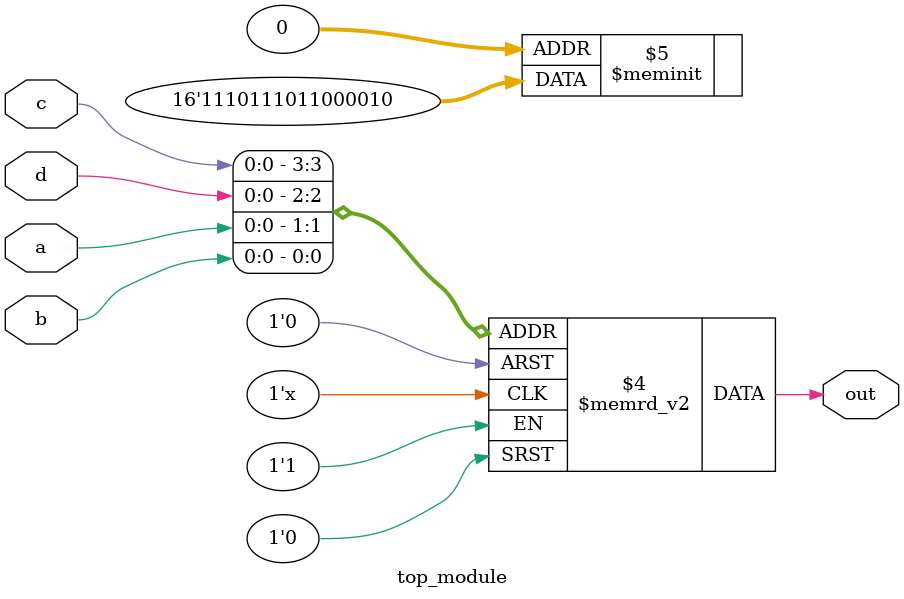
<source format=sv>
module top_module (
	input a, 
	input b,
	input c,
	input d,
	output reg out
);

always @(*) begin
	case ({c, d, a, b})
		4'b0000: out = 0; // 00 00
		4'b0001: out = 1; // 00 01
		4'b0010: out = 0; // 00 10 (Don't care; set to 0)
		4'b0011: out = 0; // 00 11 (Don't care; set to 0)
		4'b0100: out = 0; // 01 00
		4'b0101: out = 0; // 01 01
		4'b0110: out = 1; // 01 10
		4'b0111: out = 1; // 01 11
		4'b1000: out = 0; // 10 00
		4'b1001: out = 1; // 10 01
		4'b1010: out = 1; // 10 10
		4'b1011: out = 1; // 10 11
		4'b1100: out = 0; // 11 00
		4'b1101: out = 1; // 11 01
		4'b1110: out = 1; // 11 10
		4'b1111: out = 1; // 11 11
		default: out = 0;
	endcase
end

endmodule

</source>
